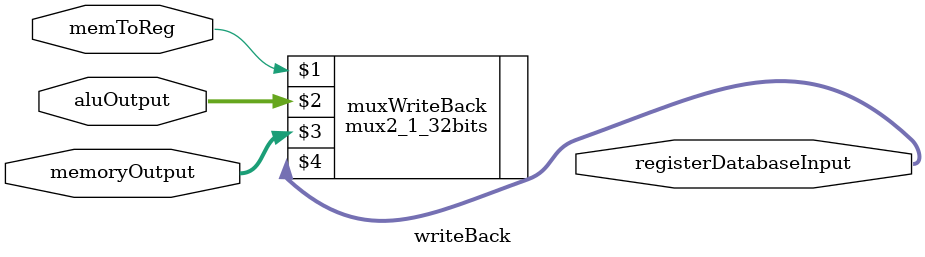
<source format=sv>
module writeBack(
    input logic memToReg,
    input logic [31:0] aluOutput,
    input logic [31:0] memoryOutput,
    output logic [31:0] registerDatabaseInput
);

mux2_1_32bits muxWriteBack (memToReg, aluOutput, memoryOutput, registerDatabaseInput);


endmodule
</source>
